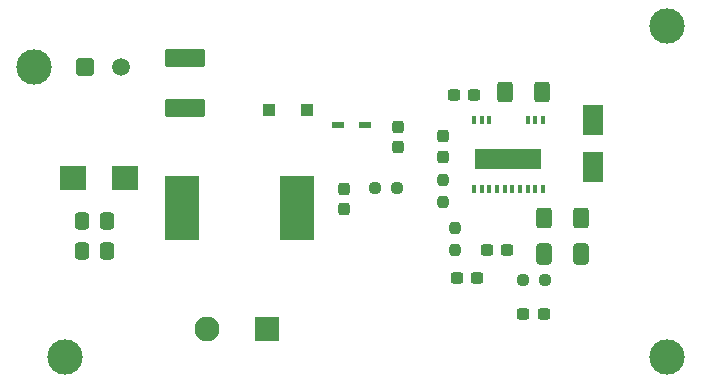
<source format=gts>
G04 #@! TF.GenerationSoftware,KiCad,Pcbnew,(6.0.1)*
G04 #@! TF.CreationDate,2022-12-28T11:05:24-06:00*
G04 #@! TF.ProjectId,AIL,41494c2e-6b69-4636-9164-5f7063625858,rev?*
G04 #@! TF.SameCoordinates,Original*
G04 #@! TF.FileFunction,Soldermask,Top*
G04 #@! TF.FilePolarity,Negative*
%FSLAX46Y46*%
G04 Gerber Fmt 4.6, Leading zero omitted, Abs format (unit mm)*
G04 Created by KiCad (PCBNEW (6.0.1)) date 2022-12-28 11:05:24*
%MOMM*%
%LPD*%
G01*
G04 APERTURE LIST*
G04 Aperture macros list*
%AMRoundRect*
0 Rectangle with rounded corners*
0 $1 Rounding radius*
0 $2 $3 $4 $5 $6 $7 $8 $9 X,Y pos of 4 corners*
0 Add a 4 corners polygon primitive as box body*
4,1,4,$2,$3,$4,$5,$6,$7,$8,$9,$2,$3,0*
0 Add four circle primitives for the rounded corners*
1,1,$1+$1,$2,$3*
1,1,$1+$1,$4,$5*
1,1,$1+$1,$6,$7*
1,1,$1+$1,$8,$9*
0 Add four rect primitives between the rounded corners*
20,1,$1+$1,$2,$3,$4,$5,0*
20,1,$1+$1,$4,$5,$6,$7,0*
20,1,$1+$1,$6,$7,$8,$9,0*
20,1,$1+$1,$8,$9,$2,$3,0*%
G04 Aperture macros list end*
%ADD10RoundRect,0.237500X0.237500X-0.250000X0.237500X0.250000X-0.237500X0.250000X-0.237500X-0.250000X0*%
%ADD11RoundRect,0.250000X-0.412500X-0.650000X0.412500X-0.650000X0.412500X0.650000X-0.412500X0.650000X0*%
%ADD12RoundRect,0.237500X0.300000X0.237500X-0.300000X0.237500X-0.300000X-0.237500X0.300000X-0.237500X0*%
%ADD13R,1.800000X2.500000*%
%ADD14RoundRect,0.237500X-0.250000X-0.237500X0.250000X-0.237500X0.250000X0.237500X-0.250000X0.237500X0*%
%ADD15RoundRect,0.237500X-0.300000X-0.237500X0.300000X-0.237500X0.300000X0.237500X-0.300000X0.237500X0*%
%ADD16C,3.000000*%
%ADD17RoundRect,0.250001X0.499999X-0.499999X0.499999X0.499999X-0.499999X0.499999X-0.499999X-0.499999X0*%
%ADD18C,1.500000*%
%ADD19R,1.050000X0.550000*%
%ADD20RoundRect,0.250000X-0.400000X-0.625000X0.400000X-0.625000X0.400000X0.625000X-0.400000X0.625000X0*%
%ADD21RoundRect,0.250000X-1.450000X0.537500X-1.450000X-0.537500X1.450000X-0.537500X1.450000X0.537500X0*%
%ADD22R,0.450000X0.800000*%
%ADD23R,5.680000X1.780000*%
%ADD24R,2.900000X5.400000*%
%ADD25RoundRect,0.237500X-0.237500X0.300000X-0.237500X-0.300000X0.237500X-0.300000X0.237500X0.300000X0*%
%ADD26R,1.120000X1.080000*%
%ADD27RoundRect,0.250000X0.337500X0.475000X-0.337500X0.475000X-0.337500X-0.475000X0.337500X-0.475000X0*%
%ADD28R,2.250000X2.050000*%
%ADD29RoundRect,0.250000X0.400000X0.625000X-0.400000X0.625000X-0.400000X-0.625000X0.400000X-0.625000X0*%
%ADD30R,2.115000X2.115000*%
%ADD31C,2.115000*%
%ADD32RoundRect,0.237500X-0.237500X0.250000X-0.237500X-0.250000X0.237500X-0.250000X0.237500X0.250000X0*%
G04 APERTURE END LIST*
D10*
X161036000Y-96924500D03*
X161036000Y-95099500D03*
D11*
X168617500Y-97282000D03*
X171742500Y-97282000D03*
D12*
X162660500Y-83820000D03*
X160935500Y-83820000D03*
D13*
X172720000Y-89897555D03*
X172720000Y-85897555D03*
D14*
X154281500Y-91694000D03*
X156106500Y-91694000D03*
D15*
X163729500Y-96889555D03*
X165454500Y-96889555D03*
D16*
X125448445Y-81439445D03*
D17*
X129768445Y-81439445D03*
D18*
X132768445Y-81439445D03*
D19*
X153458445Y-86329445D03*
X151158445Y-86329445D03*
D20*
X168630000Y-94234000D03*
X171730000Y-94234000D03*
D21*
X138176000Y-80666500D03*
X138176000Y-84941500D03*
D16*
X128000000Y-106000000D03*
D22*
X168511075Y-85938000D03*
X167861075Y-85938000D03*
X167211075Y-85938000D03*
X163961075Y-85938000D03*
X163311075Y-85938000D03*
X162661075Y-85938000D03*
X162661075Y-91738000D03*
X163311075Y-91738000D03*
X163961075Y-91738000D03*
X164611075Y-91738000D03*
X165261075Y-91738000D03*
X165911075Y-91738000D03*
X166561075Y-91738000D03*
X167211075Y-91738000D03*
X167861075Y-91738000D03*
X168511075Y-91738000D03*
D23*
X165586075Y-89258000D03*
D24*
X137978445Y-93349445D03*
X147678445Y-93349445D03*
D16*
X179000000Y-106000000D03*
D25*
X160020000Y-87289055D03*
X160020000Y-89014055D03*
D26*
X148543445Y-85090000D03*
X145293445Y-85090000D03*
D16*
X179000000Y-78000000D03*
D15*
X161189500Y-99314000D03*
X162914500Y-99314000D03*
D27*
X131593500Y-97028000D03*
X129518500Y-97028000D03*
D28*
X133118445Y-90849445D03*
X128718445Y-90849445D03*
D25*
X151658445Y-91736945D03*
X151658445Y-93461945D03*
D29*
X168428000Y-83566000D03*
X165328000Y-83566000D03*
D25*
X156210000Y-86513500D03*
X156210000Y-88238500D03*
D12*
X168558020Y-102349555D03*
X166833020Y-102349555D03*
D30*
X145118445Y-103604445D03*
D31*
X140038445Y-103604445D03*
D32*
X160020000Y-91035500D03*
X160020000Y-92860500D03*
D27*
X131593500Y-94488000D03*
X129518500Y-94488000D03*
D14*
X166833020Y-99459555D03*
X168658020Y-99459555D03*
M02*

</source>
